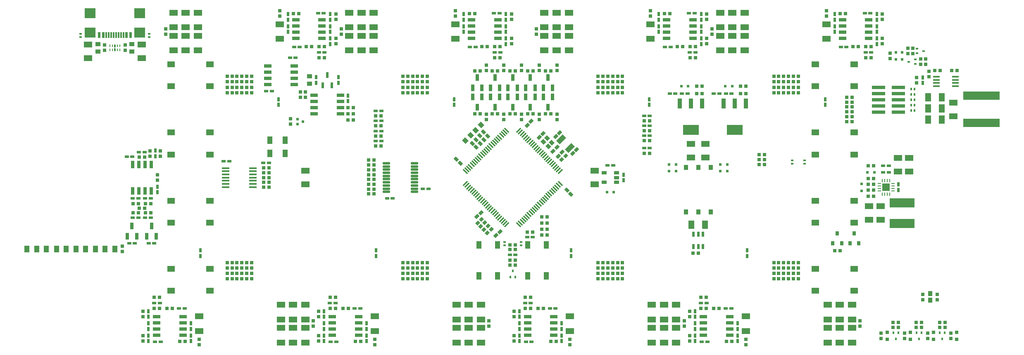
<source format=gbr>
%TF.GenerationSoftware,Altium Limited,Altium Designer,25.8.1 (18)*%
G04 Layer_Color=8421504*
%FSLAX45Y45*%
%MOMM*%
%TF.SameCoordinates,304ADD41-B96C-4BE1-A440-764D1465AFBB*%
%TF.FilePolarity,Positive*%
%TF.FileFunction,Paste,Top*%
%TF.Part,Single*%
G01*
G75*
%TA.AperFunction,SMDPad,CuDef*%
%ADD13R,0.85000X0.60000*%
G04:AMPARAMS|DCode=14|XSize=1.55mm|YSize=0.6mm|CornerRadius=0.05mm|HoleSize=0mm|Usage=FLASHONLY|Rotation=180.000|XOffset=0mm|YOffset=0mm|HoleType=Round|Shape=RoundedRectangle|*
%AMROUNDEDRECTD14*
21,1,1.55000,0.50000,0,0,180.0*
21,1,1.45000,0.60000,0,0,180.0*
1,1,0.10000,-0.72500,0.25000*
1,1,0.10000,0.72500,0.25000*
1,1,0.10000,0.72500,-0.25000*
1,1,0.10000,-0.72500,-0.25000*
%
%ADD14ROUNDEDRECTD14*%
%ADD15R,0.80000X0.65000*%
%ADD16R,0.95000X2.15000*%
%ADD17R,0.50000X0.60000*%
%ADD18R,3.25000X2.15000*%
G04:AMPARAMS|DCode=19|XSize=1.55mm|YSize=0.6mm|CornerRadius=0.05mm|HoleSize=0mm|Usage=FLASHONLY|Rotation=90.000|XOffset=0mm|YOffset=0mm|HoleType=Round|Shape=RoundedRectangle|*
%AMROUNDEDRECTD19*
21,1,1.55000,0.50000,0,0,90.0*
21,1,1.45000,0.60000,0,0,90.0*
1,1,0.10000,0.25000,0.72500*
1,1,0.10000,0.25000,-0.72500*
1,1,0.10000,-0.25000,-0.72500*
1,1,0.10000,-0.25000,0.72500*
%
%ADD19ROUNDEDRECTD19*%
%ADD20R,0.65000X1.35000*%
%ADD21R,0.65000X0.80000*%
%ADD22R,1.35000X0.45000*%
%ADD23R,1.00000X1.60000*%
%ADD24R,0.60000X0.40000*%
%ADD25R,0.60000X0.85000*%
G04:AMPARAMS|DCode=26|XSize=0.45mm|YSize=1.5mm|CornerRadius=0.1125mm|HoleSize=0mm|Usage=FLASHONLY|Rotation=270.000|XOffset=0mm|YOffset=0mm|HoleType=Round|Shape=RoundedRectangle|*
%AMROUNDEDRECTD26*
21,1,0.45000,1.27500,0,0,270.0*
21,1,0.22500,1.50000,0,0,270.0*
1,1,0.22500,-0.63750,-0.11250*
1,1,0.22500,-0.63750,0.11250*
1,1,0.22500,0.63750,0.11250*
1,1,0.22500,0.63750,-0.11250*
%
%ADD26ROUNDEDRECTD26*%
G04:AMPARAMS|DCode=28|XSize=0.3mm|YSize=1.2mm|CornerRadius=0mm|HoleSize=0mm|Usage=FLASHONLY|Rotation=225.000|XOffset=0mm|YOffset=0mm|HoleType=Round|Shape=Rectangle|*
%AMROTATEDRECTD28*
4,1,4,-0.31820,0.53033,0.53033,-0.31820,0.31820,-0.53033,-0.53033,0.31820,-0.31820,0.53033,0.0*
%
%ADD28ROTATEDRECTD28*%

G04:AMPARAMS|DCode=29|XSize=0.6mm|YSize=0.85mm|CornerRadius=0mm|HoleSize=0mm|Usage=FLASHONLY|Rotation=45.000|XOffset=0mm|YOffset=0mm|HoleType=Round|Shape=Rectangle|*
%AMROTATEDRECTD29*
4,1,4,0.08839,-0.51265,-0.51265,0.08839,-0.08839,0.51265,0.51265,-0.08839,0.08839,-0.51265,0.0*
%
%ADD29ROTATEDRECTD29*%

G04:AMPARAMS|DCode=30|XSize=0.6mm|YSize=0.85mm|CornerRadius=0mm|HoleSize=0mm|Usage=FLASHONLY|Rotation=135.000|XOffset=0mm|YOffset=0mm|HoleType=Round|Shape=Rectangle|*
%AMROTATEDRECTD30*
4,1,4,0.51265,0.08839,-0.08839,-0.51265,-0.51265,-0.08839,0.08839,0.51265,0.51265,0.08839,0.0*
%
%ADD30ROTATEDRECTD30*%

G04:AMPARAMS|DCode=31|XSize=0.65mm|YSize=0.8mm|CornerRadius=0mm|HoleSize=0mm|Usage=FLASHONLY|Rotation=315.000|XOffset=0mm|YOffset=0mm|HoleType=Round|Shape=Rectangle|*
%AMROTATEDRECTD31*
4,1,4,-0.51265,-0.05303,0.05303,0.51265,0.51265,0.05303,-0.05303,-0.51265,-0.51265,-0.05303,0.0*
%
%ADD31ROTATEDRECTD31*%

G04:AMPARAMS|DCode=32|XSize=0.3mm|YSize=1.2mm|CornerRadius=0mm|HoleSize=0mm|Usage=FLASHONLY|Rotation=315.000|XOffset=0mm|YOffset=0mm|HoleType=Round|Shape=Rectangle|*
%AMROTATEDRECTD32*
4,1,4,-0.53033,-0.31820,0.31820,0.53033,0.53033,0.31820,-0.31820,-0.53033,-0.53033,-0.31820,0.0*
%
%ADD32ROTATEDRECTD32*%

%ADD33R,0.98000X0.92000*%
G04:AMPARAMS|DCode=34|XSize=0.98mm|YSize=0.92mm|CornerRadius=0mm|HoleSize=0mm|Usage=FLASHONLY|Rotation=135.000|XOffset=0mm|YOffset=0mm|HoleType=Round|Shape=Rectangle|*
%AMROTATEDRECTD34*
4,1,4,0.67175,-0.02121,0.02121,-0.67175,-0.67175,0.02121,-0.02121,0.67175,0.67175,-0.02121,0.0*
%
%ADD34ROTATEDRECTD34*%

%ADD35R,1.80000X1.30000*%
G04:AMPARAMS|DCode=36|XSize=0.6mm|YSize=1.1mm|CornerRadius=0.051mm|HoleSize=0mm|Usage=FLASHONLY|Rotation=270.000|XOffset=0mm|YOffset=0mm|HoleType=Round|Shape=RoundedRectangle|*
%AMROUNDEDRECTD36*
21,1,0.60000,0.99800,0,0,270.0*
21,1,0.49800,1.10000,0,0,270.0*
1,1,0.10200,-0.49900,-0.24900*
1,1,0.10200,-0.49900,0.24900*
1,1,0.10200,0.49900,0.24900*
1,1,0.10200,0.49900,-0.24900*
%
%ADD36ROUNDEDRECTD36*%
%ADD37R,1.55000X1.30000*%
%ADD38R,0.40000X0.51000*%
G04:AMPARAMS|DCode=39|XSize=0.2mm|YSize=0.565mm|CornerRadius=0.04mm|HoleSize=0mm|Usage=FLASHONLY|Rotation=180.000|XOffset=0mm|YOffset=0mm|HoleType=Round|Shape=RoundedRectangle|*
%AMROUNDEDRECTD39*
21,1,0.20000,0.48500,0,0,180.0*
21,1,0.12000,0.56500,0,0,180.0*
1,1,0.08000,-0.06000,0.24250*
1,1,0.08000,0.06000,0.24250*
1,1,0.08000,0.06000,-0.24250*
1,1,0.08000,-0.06000,-0.24250*
%
%ADD39ROUNDEDRECTD39*%
%ADD40R,0.53000X0.53000*%
%ADD41R,0.60000X1.15000*%
%ADD42R,2.18000X2.00000*%
%ADD43R,0.60000X1.30000*%
%ADD44R,1.30000X1.80000*%
%ADD45R,0.60000X1.10000*%
%ADD46R,0.96000X1.12000*%
%ADD47R,0.95000X1.10000*%
G04:AMPARAMS|DCode=48|XSize=0.24mm|YSize=0.6mm|CornerRadius=0.05mm|HoleSize=0mm|Usage=FLASHONLY|Rotation=270.000|XOffset=0mm|YOffset=0mm|HoleType=Round|Shape=RoundedRectangle|*
%AMROUNDEDRECTD48*
21,1,0.24000,0.50000,0,0,270.0*
21,1,0.14000,0.60000,0,0,270.0*
1,1,0.10000,-0.25000,-0.07000*
1,1,0.10000,-0.25000,0.07000*
1,1,0.10000,0.25000,0.07000*
1,1,0.10000,0.25000,-0.07000*
%
%ADD48ROUNDEDRECTD48*%
G04:AMPARAMS|DCode=50|XSize=0.24mm|YSize=0.6mm|CornerRadius=0.05mm|HoleSize=0mm|Usage=FLASHONLY|Rotation=0.000|XOffset=0mm|YOffset=0mm|HoleType=Round|Shape=RoundedRectangle|*
%AMROUNDEDRECTD50*
21,1,0.24000,0.50000,0,0,0.0*
21,1,0.14000,0.60000,0,0,0.0*
1,1,0.10000,0.07000,-0.25000*
1,1,0.10000,-0.07000,-0.25000*
1,1,0.10000,-0.07000,0.25000*
1,1,0.10000,0.07000,0.25000*
%
%ADD50ROUNDEDRECTD50*%
G04:AMPARAMS|DCode=51|XSize=0.85mm|YSize=0.75mm|CornerRadius=0mm|HoleSize=0mm|Usage=FLASHONLY|Rotation=135.000|XOffset=0mm|YOffset=0mm|HoleType=Round|Shape=Rectangle|*
%AMROTATEDRECTD51*
4,1,4,0.56569,-0.03535,0.03535,-0.56569,-0.56569,0.03535,-0.03535,0.56569,0.56569,-0.03535,0.0*
%
%ADD51ROTATEDRECTD51*%

%ADD52R,2.76000X0.65000*%
%ADD53R,0.40000X0.60000*%
%ADD54R,0.51000X0.40000*%
%ADD55R,0.60000X0.50000*%
%ADD56R,0.80000X0.80000*%
%ADD57R,0.30000X1.15000*%
%ADD58R,5.10000X1.90000*%
%ADD59R,0.80000X0.90000*%
G04:AMPARAMS|DCode=60|XSize=1mm|YSize=1.8mm|CornerRadius=0mm|HoleSize=0mm|Usage=FLASHONLY|Rotation=135.000|XOffset=0mm|YOffset=0mm|HoleType=Round|Shape=Rectangle|*
%AMROTATEDRECTD60*
4,1,4,0.98995,0.28284,-0.28284,-0.98995,-0.98995,-0.28284,0.28284,0.98995,0.98995,0.28284,0.0*
%
%ADD60ROTATEDRECTD60*%

%ADD61R,1.05000X1.40000*%
%ADD62R,7.50000X1.80000*%
%ADD163R,1.55000X0.30000*%
G04:AMPARAMS|DCode=164|XSize=1.55mm|YSize=1.55mm|CornerRadius=0mm|HoleSize=0mm|Usage=FLASHONLY|Rotation=270.000|XOffset=0mm|YOffset=0mm|HoleType=Round|Shape=RoundedRectangle|*
%AMROUNDEDRECTD164*
21,1,1.55000,1.55000,0,0,270.0*
21,1,1.55000,1.55000,0,0,270.0*
1,1,0.00000,-0.77500,-0.77500*
1,1,0.00000,-0.77500,0.77500*
1,1,0.00000,0.77500,0.77500*
1,1,0.00000,0.77500,-0.77500*
%
%ADD164ROUNDEDRECTD164*%
G36*
X-8135000Y2600000D02*
X-8135000Y2599005D01*
X-8135761Y2597168D01*
X-8137168Y2595761D01*
X-8139005Y2595000D01*
X-8139999Y2595000D01*
X-8140000Y2595000D01*
X-8160000Y2595000D01*
X-8160995D01*
X-8162832Y2595761D01*
X-8164238Y2597167D01*
X-8164999Y2599005D01*
X-8164999Y2599999D01*
X-8165000Y2600000D01*
X-8165000Y2620000D01*
X-8165097Y2620975D01*
X-8165843Y2622777D01*
X-8167223Y2624156D01*
X-8169025Y2624902D01*
X-8170000Y2624998D01*
Y2625000D01*
Y2655000D01*
X-8130000D01*
Y2624999D01*
X-8130976Y2624903D01*
X-8132778Y2624157D01*
X-8134158Y2622777D01*
X-8134904Y2620975D01*
X-8135000Y2619999D01*
X-8135000Y2620000D01*
X-8135000Y2600000D01*
D02*
G37*
G36*
Y2729999D02*
X-8135000Y2730994D01*
X-8135761Y2732831D01*
X-8137168Y2734238D01*
X-8139005Y2734999D01*
X-8139999Y2734999D01*
X-8140000Y2734999D01*
X-8160000Y2735000D01*
X-8160995D01*
X-8162832Y2734238D01*
X-8164238Y2732832D01*
X-8164999Y2730994D01*
X-8164999Y2730000D01*
X-8165000D01*
X-8165000Y2710000D01*
X-8165097Y2709025D01*
X-8165843Y2707222D01*
X-8167223Y2705843D01*
X-8169025Y2705097D01*
X-8170000Y2705001D01*
Y2705000D01*
Y2675000D01*
X-8130000D01*
Y2705000D01*
X-8130976Y2705096D01*
X-8132778Y2705842D01*
X-8134158Y2707222D01*
X-8134904Y2709024D01*
X-8135000Y2710000D01*
X-8135000D01*
X-8135000Y2729999D01*
D02*
G37*
D13*
X6722500Y2685000D02*
D03*
X3122500D02*
D03*
X4482437Y1724979D02*
D03*
X877500Y-2685000D02*
D03*
X4477500D02*
D03*
X-877500Y2685000D02*
D03*
X-4447500Y2465000D02*
D03*
X-4477500Y2685000D02*
D03*
X-7792500Y425000D02*
D03*
X-3122500Y-2685000D02*
D03*
X-6722500D02*
D03*
X-7342500Y-1352500D02*
D03*
X-7742500D02*
D03*
X-5052499Y1775000D02*
D03*
X-4937500D02*
D03*
X-4562500Y2465000D02*
D03*
X-1842500Y-227500D02*
D03*
X-57500Y-1590000D02*
D03*
X-5922500Y335000D02*
D03*
X2692500Y602500D02*
D03*
X2807500D02*
D03*
X-7212500Y-3375000D02*
D03*
X-7345000Y-2575000D02*
D03*
X-6837500Y-2685000D02*
D03*
X-3612500Y-3375000D02*
D03*
X-3237500Y-2685000D02*
D03*
X-3745000Y-2575000D02*
D03*
X-7415500Y-430000D02*
D03*
X-7907499Y425000D02*
D03*
X-5807500Y335000D02*
D03*
X-4992500Y300000D02*
D03*
X-2807500Y957500D02*
D03*
X2807500Y857500D02*
D03*
X387500Y-3375000D02*
D03*
X255000Y-2575000D02*
D03*
X-2807500Y1162500D02*
D03*
X-2572500Y-425000D02*
D03*
X-1727500Y-227500D02*
D03*
X2807500Y1062500D02*
D03*
X2807500Y1267501D02*
D03*
X-4362500Y2685000D02*
D03*
X-3987500Y3375000D02*
D03*
X-2807500Y752500D02*
D03*
X-2807500Y1367501D02*
D03*
X-3855000Y2575000D02*
D03*
X-255000D02*
D03*
X-762500Y2685000D02*
D03*
X-387501Y3375000D02*
D03*
X762500Y-2685000D02*
D03*
X3987500Y-3375000D02*
D03*
X3855000Y-2575000D02*
D03*
X4362500Y-2685000D02*
D03*
X297501Y-1225000D02*
D03*
X2057500Y250000D02*
D03*
X7592500Y240000D02*
D03*
Y110000D02*
D03*
X3217437Y1724979D02*
D03*
X3467436Y1724979D02*
D03*
X3745000Y2575000D02*
D03*
X3237500Y2685000D02*
D03*
X3612500Y3375000D02*
D03*
X4117437Y1724979D02*
D03*
X4367437Y1724979D02*
D03*
X6837500Y2685000D02*
D03*
X7212499Y3375000D02*
D03*
X7345000Y2575000D02*
D03*
X4232437Y1724979D02*
D03*
X3582436Y1724979D02*
D03*
X3332436D02*
D03*
X-7857500Y-1352500D02*
D03*
X-7457500D02*
D03*
X-7530499Y-430000D02*
D03*
Y-825000D02*
D03*
X-7415500D02*
D03*
X-7542500Y522500D02*
D03*
X-7657500D02*
D03*
X-2457500Y-425000D02*
D03*
X-5107500Y300000D02*
D03*
X3872500Y-3375000D02*
D03*
X7327499Y3375000D02*
D03*
X272500Y-3375000D02*
D03*
X3727500Y3375000D02*
D03*
X-3727500Y-3375000D02*
D03*
X-7327500D02*
D03*
X-3872501Y3375000D02*
D03*
X-272501D02*
D03*
X-7669500Y-825000D02*
D03*
X57500Y-1590000D02*
D03*
X7707500Y240000D02*
D03*
X1942500Y250000D02*
D03*
X7707500Y110000D02*
D03*
X-7669500Y-429999D02*
D03*
X-7784500D02*
D03*
Y-825000D02*
D03*
X412500Y-1225000D02*
D03*
X2692500Y857500D02*
D03*
Y1062500D02*
D03*
X2692500Y1267501D02*
D03*
X-2692500Y957500D02*
D03*
X-2692500Y752500D02*
D03*
Y1162500D02*
D03*
X-2692500Y1367501D02*
D03*
X3970000Y-2575000D02*
D03*
X7230000Y2575000D02*
D03*
X370000Y-2575000D02*
D03*
X3630000Y2575000D02*
D03*
X-3630000Y-2575000D02*
D03*
X-370000Y2575000D02*
D03*
X-7230000Y-2575000D02*
D03*
X-3970000Y2575000D02*
D03*
D14*
X6755000Y2859500D02*
D03*
X3155000D02*
D03*
X4445000Y-2859500D02*
D03*
X845000D02*
D03*
X-845000Y2859500D02*
D03*
X-4445000D02*
D03*
X-4480000Y2290500D02*
D03*
X-3155000Y-2859500D02*
D03*
X-6755000D02*
D03*
X-5020000Y2290500D02*
D03*
Y2163500D02*
D03*
Y2036500D02*
D03*
Y1909500D02*
D03*
X-4480000D02*
D03*
Y2036500D02*
D03*
Y2163500D02*
D03*
X-3530000Y1690500D02*
D03*
X-4070000Y1563500D02*
D03*
X-3530000D02*
D03*
X-3905000Y3240500D02*
D03*
X-7295000Y-3240500D02*
D03*
X-305000Y3240500D02*
D03*
X-3695000Y-3240500D02*
D03*
X3695000Y3240500D02*
D03*
X305000Y-3240500D02*
D03*
X7295000Y3240500D02*
D03*
X3905000Y-3240500D02*
D03*
X-3530000Y1436500D02*
D03*
Y1309500D02*
D03*
X-4070000Y1309500D02*
D03*
Y1436500D02*
D03*
Y1690500D02*
D03*
X-4445000Y3240500D02*
D03*
Y3113500D02*
D03*
X3905000Y-2859500D02*
D03*
Y-2986500D02*
D03*
Y-3113500D02*
D03*
X4445000Y-3240500D02*
D03*
Y-3113500D02*
D03*
Y-2986500D02*
D03*
X7295000Y2859500D02*
D03*
Y2986500D02*
D03*
Y3113500D02*
D03*
X6755000Y3240500D02*
D03*
Y3113500D02*
D03*
Y2986500D02*
D03*
X305000Y-2859500D02*
D03*
Y-2986500D02*
D03*
Y-3113500D02*
D03*
X845000Y-3240500D02*
D03*
Y-3113500D02*
D03*
Y-2986500D02*
D03*
X3695000Y2859500D02*
D03*
Y2986500D02*
D03*
Y3113500D02*
D03*
X3155000Y3240500D02*
D03*
Y3113500D02*
D03*
Y2986500D02*
D03*
X-3695000Y-2859500D02*
D03*
Y-2986500D02*
D03*
Y-3113500D02*
D03*
X-3155000Y-3240500D02*
D03*
Y-3113500D02*
D03*
Y-2986500D02*
D03*
X-305000Y2859500D02*
D03*
Y2986500D02*
D03*
Y3113500D02*
D03*
X-845000Y3240500D02*
D03*
Y3113500D02*
D03*
Y2986500D02*
D03*
X-7295000Y-2859500D02*
D03*
Y-2986500D02*
D03*
Y-3113500D02*
D03*
X-6755000Y-3240500D02*
D03*
Y-3113500D02*
D03*
Y-2986500D02*
D03*
X-3905000Y2859500D02*
D03*
Y2986500D02*
D03*
Y3113500D02*
D03*
X-4445000Y2986500D02*
D03*
D15*
X4669936Y1724979D02*
D03*
X300001Y-1122500D02*
D03*
X55000Y-1380000D02*
D03*
X-55000D02*
D03*
X-55000Y-1800000D02*
D03*
X-55000Y-1700000D02*
D03*
X-3265000Y1182500D02*
D03*
X707500Y-932500D02*
D03*
X707500Y-1057500D02*
D03*
Y-1182500D02*
D03*
X5045000Y270000D02*
D03*
X7394999Y240000D02*
D03*
X6845000Y1350000D02*
D03*
X707500Y-807500D02*
D03*
X2695000Y500000D02*
D03*
X-7342500Y-2462500D02*
D03*
X-3742500D02*
D03*
X-7417999Y-532500D02*
D03*
X-4995000Y-200000D02*
D03*
X257500Y-2462500D02*
D03*
X-3265000Y1309500D02*
D03*
X-3265000Y1436500D02*
D03*
X-3857500Y2462500D02*
D03*
X-257500D02*
D03*
X3857500Y-2462500D02*
D03*
X3695000Y-1550000D02*
D03*
X7795000Y-3075000D02*
D03*
X6705000Y-1500000D02*
D03*
X8270000Y-3075000D02*
D03*
X8745000Y-3075000D02*
D03*
X7285000Y-380000D02*
D03*
X7285000Y-20000D02*
D03*
X3742500Y2462500D02*
D03*
X3769937Y1874979D02*
D03*
X4669937D02*
D03*
X7342500Y2462500D02*
D03*
X9105000Y2200000D02*
D03*
X8645000D02*
D03*
X597500Y-807500D02*
D03*
X2805000Y500000D02*
D03*
X417000Y2192501D02*
D03*
X307000Y2192501D02*
D03*
X-4995000Y100000D02*
D03*
X-2955000Y-335000D02*
D03*
Y260000D02*
D03*
X-4995001Y200000D02*
D03*
X2805000Y1165000D02*
D03*
X4779936Y1724979D02*
D03*
X3769936D02*
D03*
X3879936D02*
D03*
X4779936Y1874979D02*
D03*
X3879937D02*
D03*
X7285000Y-140000D02*
D03*
X-7527999Y-532500D02*
D03*
X-7417999Y-722500D02*
D03*
X-7527999D02*
D03*
X-7545000Y-627500D02*
D03*
X-7655000D02*
D03*
X-7782000Y-722499D02*
D03*
X-7672000D02*
D03*
X-7655000Y420000D02*
D03*
X-7545000D02*
D03*
X6955000Y1550000D02*
D03*
X-2955000Y360000D02*
D03*
X-2845000D02*
D03*
Y260000D02*
D03*
X-2955000Y160000D02*
D03*
X-2845000D02*
D03*
X-2955000Y60000D02*
D03*
X-2845000D02*
D03*
X-2955000Y-40000D02*
D03*
X-2845000D02*
D03*
X-2955000Y-140000D02*
D03*
X-2845000D02*
D03*
X-2955000Y-240000D02*
D03*
X-2845000D02*
D03*
Y-335000D02*
D03*
X-5105000Y200000D02*
D03*
Y100000D02*
D03*
X-4995000Y0D02*
D03*
X-5105000D02*
D03*
Y-200000D02*
D03*
X-4995000Y-100000D02*
D03*
X-5105000D02*
D03*
X6595000Y-1500000D02*
D03*
X4230000Y-2687500D02*
D03*
X4120000D02*
D03*
X6970000Y2687500D02*
D03*
X7080000D02*
D03*
X630000Y-2687500D02*
D03*
X520000D02*
D03*
X3370000Y2687500D02*
D03*
X3480000D02*
D03*
X-3370000Y-2687500D02*
D03*
X-3480000D02*
D03*
X-6970000D02*
D03*
X-7080000D02*
D03*
X-55000Y1307500D02*
D03*
X55000D02*
D03*
X-778999Y1307500D02*
D03*
X-668999D02*
D03*
X669000Y2192500D02*
D03*
X779000D02*
D03*
X669000Y1307500D02*
D03*
X779000D02*
D03*
X-417000D02*
D03*
X-307000D02*
D03*
X-778999Y2192500D02*
D03*
X-669000D02*
D03*
X-417000Y2192500D02*
D03*
X-307000D02*
D03*
X307000Y1307500D02*
D03*
X417000D02*
D03*
X-55000Y2192500D02*
D03*
X55000Y2192500D02*
D03*
X-4380000Y3367500D02*
D03*
X-6820000Y-3367500D02*
D03*
X-780000Y3367500D02*
D03*
X-3220000Y-3367500D02*
D03*
X3220000Y3367500D02*
D03*
X780000Y-3367500D02*
D03*
X6820000Y3367500D02*
D03*
X4380000Y-3367500D02*
D03*
X-3375000Y1182500D02*
D03*
X-3374999Y1309500D02*
D03*
X-3374999Y1436500D02*
D03*
X-630000Y2687500D02*
D03*
X-520000D02*
D03*
X-4490000Y3367500D02*
D03*
X-4230000Y2687500D02*
D03*
X3805000Y-1550000D02*
D03*
X5155000Y270000D02*
D03*
X8755000Y2200000D02*
D03*
X8995000D02*
D03*
X5045000Y370000D02*
D03*
X5155000D02*
D03*
X5045000Y470000D02*
D03*
X5155000D02*
D03*
X6955000Y1150000D02*
D03*
X6845001D02*
D03*
X6955000Y1350000D02*
D03*
X6955000Y1250000D02*
D03*
X6845001D02*
D03*
X6955000Y1450000D02*
D03*
X6845001D02*
D03*
Y1550000D02*
D03*
X6955000Y1650000D02*
D03*
X6845001D02*
D03*
X55000Y-1480000D02*
D03*
X-55000D02*
D03*
X55000Y-1700000D02*
D03*
X55000Y-1800000D02*
D03*
X597500Y-932500D02*
D03*
X597500Y-1057500D02*
D03*
Y-1182500D02*
D03*
X7395000Y-260000D02*
D03*
X7285000D02*
D03*
X7285000Y240000D02*
D03*
X7394999Y-380000D02*
D03*
X7395000Y-20000D02*
D03*
X7394999Y-140000D02*
D03*
X-7782000Y-532499D02*
D03*
X-7672000D02*
D03*
X410000Y-1122500D02*
D03*
X7905000Y-3075000D02*
D03*
X8380000Y-3075000D02*
D03*
X8855000Y-3075000D02*
D03*
Y-2975000D02*
D03*
X8745000D02*
D03*
X8380001D02*
D03*
X8270000D02*
D03*
X7905000D02*
D03*
X7795000D02*
D03*
X2805000Y755000D02*
D03*
X2695000Y755000D02*
D03*
X2805000Y960000D02*
D03*
X2695001D02*
D03*
X2695000Y1165000D02*
D03*
X-2805000Y855000D02*
D03*
X-2695000D02*
D03*
X-2805000Y650000D02*
D03*
X-2695000D02*
D03*
X-2805000Y1060000D02*
D03*
X-2695000D02*
D03*
X-2805000Y1265000D02*
D03*
X-2695000D02*
D03*
X4490000Y-3367500D02*
D03*
X6710000Y3367500D02*
D03*
X890000Y-3367500D02*
D03*
X3110000Y3367500D02*
D03*
X-3110000Y-3367500D02*
D03*
X-890000Y3367500D02*
D03*
X-6710000Y-3367500D02*
D03*
X-4120000Y2687500D02*
D03*
X3967500Y-2462500D02*
D03*
X7232500Y2462500D02*
D03*
X367500Y-2462500D02*
D03*
X3632500Y2462500D02*
D03*
X-3632500Y-2462500D02*
D03*
X-367500Y2462500D02*
D03*
X-7232500Y-2462500D02*
D03*
X-3967500Y2462500D02*
D03*
X3857500Y-2687500D02*
D03*
X3967500D02*
D03*
X7342500Y2687500D02*
D03*
X7232500D02*
D03*
X257500Y-2687500D02*
D03*
X367500D02*
D03*
X3742500Y2687500D02*
D03*
X3632500D02*
D03*
X-3742500Y-2687500D02*
D03*
X-3632500D02*
D03*
X-257500Y2687500D02*
D03*
X-367500D02*
D03*
X-7342500Y-2687500D02*
D03*
X-7232500D02*
D03*
X-3857500Y2687500D02*
D03*
X-3967500D02*
D03*
D16*
X4550002Y1520000D02*
D03*
X3650000D02*
D03*
X3880000D02*
D03*
X3420000D02*
D03*
X4780002D02*
D03*
X4320002D02*
D03*
D17*
X4494936Y1874979D02*
D03*
X1930000Y-300000D02*
D03*
X4354936Y1874979D02*
D03*
X3594937D02*
D03*
X3454936D02*
D03*
X2070000Y-300000D02*
D03*
X7410000Y110000D02*
D03*
X7270000D02*
D03*
D18*
X4550002Y980000D02*
D03*
X3650000Y980000D02*
D03*
D19*
X-7790500Y270000D02*
D03*
X-7409500Y-270000D02*
D03*
X-7790500D02*
D03*
X-7663500D02*
D03*
X-7536500D02*
D03*
X-7409500Y270000D02*
D03*
X-7536500D02*
D03*
X-7663500D02*
D03*
D20*
X-7305000Y-1207500D02*
D03*
X-7705000D02*
D03*
X-457000Y1660000D02*
D03*
X819000Y1840001D02*
D03*
X457000Y1840000D02*
D03*
X629000Y1660000D02*
D03*
X-629000Y1840000D02*
D03*
X-267000Y1840000D02*
D03*
X95000Y1840000D02*
D03*
X-819000Y1660000D02*
D03*
X267000Y1660000D02*
D03*
X-95000D02*
D03*
X-267000Y1660000D02*
D03*
X629000Y1840000D02*
D03*
X-95000Y1840000D02*
D03*
X819000Y1660000D02*
D03*
X-819000Y1840000D02*
D03*
X-457000D02*
D03*
X95000Y1660000D02*
D03*
X-629001Y1660000D02*
D03*
X457000Y1660000D02*
D03*
X267000Y1840000D02*
D03*
X362000Y2055000D02*
D03*
X724000Y2055000D02*
D03*
X-362001Y1445000D02*
D03*
X724000Y1445000D02*
D03*
X-0D02*
D03*
X-724001Y1445000D02*
D03*
X-362000Y2055000D02*
D03*
X-724000Y2055000D02*
D03*
X0D02*
D03*
X362000Y1445000D02*
D03*
X-7495000Y-1207500D02*
D03*
X-7895000D02*
D03*
X-7800000Y-992500D02*
D03*
X-7400000D02*
D03*
D21*
X-4250000Y1755000D02*
D03*
Y1645000D02*
D03*
X-4350000Y1755000D02*
D03*
Y1645000D02*
D03*
X7112499Y-3054998D02*
D03*
Y-2944999D02*
D03*
X4087499Y3054999D02*
D03*
Y2944999D02*
D03*
X3512498Y-3054999D02*
D03*
Y-2944999D02*
D03*
X487499Y3054999D02*
D03*
Y2944999D02*
D03*
X-487501Y-3054998D02*
D03*
Y-2944999D02*
D03*
X-3512501Y3054999D02*
D03*
Y2944999D02*
D03*
X-4087501Y-3054998D02*
D03*
Y-2944999D02*
D03*
X-7112501Y3054999D02*
D03*
Y2944999D02*
D03*
X8025000Y-3305001D02*
D03*
X7550000Y-3305000D02*
D03*
X8500000D02*
D03*
X7730000Y2555000D02*
D03*
X-7575000Y-3355000D02*
D03*
X-6425000Y-3430000D02*
D03*
X-3975000Y-3355000D02*
D03*
X-7427500Y550000D02*
D03*
X-7222499Y550000D02*
D03*
X-2825000Y-3430000D02*
D03*
X25000Y-3355000D02*
D03*
X-8360000Y2610000D02*
D03*
X-7940000D02*
D03*
X-4550000Y1095000D02*
D03*
X-4775000Y3430000D02*
D03*
X-3625000Y3355000D02*
D03*
X-1175000Y3430000D02*
D03*
X-25000Y3355000D02*
D03*
X1175000Y-3430000D02*
D03*
X3625000Y-3355000D02*
D03*
X4775000Y-3430000D02*
D03*
X8700000Y-2395000D02*
D03*
X2825000Y3430000D02*
D03*
X3975000Y3355000D02*
D03*
X6425000Y3430000D02*
D03*
X7575000Y3355000D02*
D03*
X8525000Y2180000D02*
D03*
X8360000Y2435000D02*
D03*
X542999Y2310000D02*
D03*
Y2200000D02*
D03*
X-7282500Y55001D02*
D03*
Y-54999D02*
D03*
X-7222499Y440000D02*
D03*
X-7427500Y440000D02*
D03*
X-4550000Y1205000D02*
D03*
X3625000Y-2745000D02*
D03*
Y-2855000D02*
D03*
X7575000Y2745000D02*
D03*
Y2855000D02*
D03*
X25000Y-2745000D02*
D03*
Y-2855000D02*
D03*
X3975000Y2745000D02*
D03*
Y2855000D02*
D03*
X-3975000Y-2745000D02*
D03*
Y-2855000D02*
D03*
X-7575000Y-2745000D02*
D03*
Y-2855000D02*
D03*
X181000Y1300000D02*
D03*
Y1190000D02*
D03*
X905000Y2200001D02*
D03*
Y2310000D02*
D03*
X-181000Y1299999D02*
D03*
Y1190000D02*
D03*
X905000Y1300000D02*
D03*
X905000Y1190000D02*
D03*
X-543000Y2200000D02*
D03*
Y2310000D02*
D03*
X-181000Y2200000D02*
D03*
Y2310000D02*
D03*
X-543000Y1300000D02*
D03*
X-543000Y1190000D02*
D03*
X181000Y2200000D02*
D03*
Y2310000D02*
D03*
X543000Y1300000D02*
D03*
Y1189999D02*
D03*
X-25000Y2745000D02*
D03*
Y2855000D02*
D03*
X-8000001Y-1410000D02*
D03*
X8100000Y2545000D02*
D03*
Y2655000D02*
D03*
X8525000Y2070000D02*
D03*
X8275000Y1945000D02*
D03*
Y2055000D02*
D03*
X8200000Y2655000D02*
D03*
Y2545000D02*
D03*
X-7940000Y2720000D02*
D03*
X-8360000D02*
D03*
X8975000Y-3305000D02*
D03*
Y-3195000D02*
D03*
X8360000Y2325001D02*
D03*
X8460000Y2325000D02*
D03*
Y2435000D02*
D03*
X8700000Y-2505000D02*
D03*
X7730000Y2445000D02*
D03*
X8400000Y-2395000D02*
D03*
Y-2505000D02*
D03*
X-8000001Y-1520000D02*
D03*
X7550000Y-3195000D02*
D03*
X8025000D02*
D03*
X8500000D02*
D03*
X4775000Y-3320000D02*
D03*
X6425000Y3320000D02*
D03*
X1175000Y-3320000D02*
D03*
X2825000Y3320000D02*
D03*
X-2825000Y-3320000D02*
D03*
X-1175000Y3320000D02*
D03*
X-6425000Y-3320000D02*
D03*
X-4775000Y3320000D02*
D03*
X5450000Y-1745000D02*
D03*
Y-1855000D02*
D03*
X5750000Y1745000D02*
D03*
Y1855000D02*
D03*
X1850000Y-1745000D02*
D03*
Y-1855000D02*
D03*
X2150000Y1745000D02*
D03*
Y1855000D02*
D03*
X-2150000Y-1745000D02*
D03*
Y-1855000D02*
D03*
X-1850000Y1745000D02*
D03*
Y1855000D02*
D03*
X-5750000Y-1745000D02*
D03*
Y-1855000D02*
D03*
X-5450000Y1745000D02*
D03*
Y1855000D02*
D03*
X5550000Y-1745000D02*
D03*
Y-1855000D02*
D03*
X5650000Y1745000D02*
D03*
Y1855000D02*
D03*
X1950000Y-1745000D02*
D03*
Y-1855000D02*
D03*
X2050000Y1745000D02*
D03*
Y1855000D02*
D03*
X-2050000Y-1745000D02*
D03*
Y-1855000D02*
D03*
X-1950000Y1745000D02*
D03*
Y1855000D02*
D03*
X-5650000Y-1745000D02*
D03*
Y-1855000D02*
D03*
X-5550000Y1745000D02*
D03*
Y1855000D02*
D03*
X3625000Y-3245000D02*
D03*
X7575000Y3245000D02*
D03*
X25000Y-3245000D02*
D03*
X3975000Y3245000D02*
D03*
X-3975000Y-3245000D02*
D03*
X-25000Y3245000D02*
D03*
X-7575000Y-3245000D02*
D03*
X-3625000Y3245000D02*
D03*
X5850000Y-2080000D02*
D03*
Y-1970000D02*
D03*
X5350000Y2080000D02*
D03*
Y1970000D02*
D03*
X2250000Y-2080000D02*
D03*
Y-1970000D02*
D03*
X1750000Y2080000D02*
D03*
Y1970000D02*
D03*
X-1750000Y-2080000D02*
D03*
Y-1970000D02*
D03*
X-2250000Y2080000D02*
D03*
Y1970000D02*
D03*
X-5350000Y-2080000D02*
D03*
Y-1970000D02*
D03*
X-5850000Y2080000D02*
D03*
Y1970000D02*
D03*
X5450000Y-2080000D02*
D03*
Y-1970000D02*
D03*
X5750000Y2080000D02*
D03*
Y1970000D02*
D03*
X1850000Y-2080000D02*
D03*
Y-1970000D02*
D03*
X2150000Y2080000D02*
D03*
Y1970000D02*
D03*
X-2150000Y-2080000D02*
D03*
Y-1970000D02*
D03*
X-1850000Y2080000D02*
D03*
Y1970000D02*
D03*
X-5750000Y-2080000D02*
D03*
Y-1970000D02*
D03*
X-5450000Y2080000D02*
D03*
Y1970000D02*
D03*
X5650000Y-1745000D02*
D03*
Y-1855000D02*
D03*
X5550000Y1745000D02*
D03*
Y1855000D02*
D03*
X2050000Y-1745000D02*
D03*
Y-1855000D02*
D03*
X1950000Y1745000D02*
D03*
Y1855000D02*
D03*
X-1950000Y-1745000D02*
D03*
Y-1855000D02*
D03*
X-2050000Y1745000D02*
D03*
Y1855000D02*
D03*
X-5550000Y-1745000D02*
D03*
Y-1855000D02*
D03*
X-5650000Y1745000D02*
D03*
Y1855000D02*
D03*
X5650000Y-2080000D02*
D03*
Y-1970000D02*
D03*
X5550000Y2080000D02*
D03*
Y1970000D02*
D03*
X2050000Y-2080000D02*
D03*
Y-1970000D02*
D03*
X1950000Y2080000D02*
D03*
Y1970000D02*
D03*
X-1950000Y-2080000D02*
D03*
Y-1970000D02*
D03*
X-2050000Y2080000D02*
D03*
Y1970000D02*
D03*
X-5550000Y-2080000D02*
D03*
Y-1970000D02*
D03*
X-5650000Y2080000D02*
D03*
Y1970000D02*
D03*
X5750000Y-1745000D02*
D03*
Y-1855000D02*
D03*
X5450000Y1745000D02*
D03*
Y1855000D02*
D03*
X2150000Y-1745000D02*
D03*
Y-1855000D02*
D03*
X1850000Y1745000D02*
D03*
Y1855000D02*
D03*
X-1850000Y-1745000D02*
D03*
Y-1855000D02*
D03*
X-2150000Y1745000D02*
D03*
Y1855000D02*
D03*
X-5450000Y-1745000D02*
D03*
Y-1855000D02*
D03*
X-5750000Y1745000D02*
D03*
Y1855000D02*
D03*
X5350000Y-1745000D02*
D03*
Y-1855000D02*
D03*
X5850000Y1745000D02*
D03*
Y1855000D02*
D03*
X1750000Y-1745000D02*
D03*
Y-1855000D02*
D03*
X2250000Y1745000D02*
D03*
Y1855000D02*
D03*
X-2250000Y-1745000D02*
D03*
Y-1855000D02*
D03*
X-1750000Y1745000D02*
D03*
Y1855000D02*
D03*
X-5850000Y-1745000D02*
D03*
Y-1855000D02*
D03*
X-5350000Y1745000D02*
D03*
Y1855000D02*
D03*
X-3625000Y2855000D02*
D03*
Y2745000D02*
D03*
X5550000Y-2080000D02*
D03*
Y-1970000D02*
D03*
X5650000Y2080000D02*
D03*
Y1970000D02*
D03*
X1950000Y-2080000D02*
D03*
Y-1970000D02*
D03*
X2050000Y2080000D02*
D03*
Y1970000D02*
D03*
X-2050000Y-2080000D02*
D03*
Y-1970000D02*
D03*
X-1950000Y2080000D02*
D03*
Y1970000D02*
D03*
X-5650000Y-2080000D02*
D03*
Y-1970000D02*
D03*
X-5550000Y2080000D02*
D03*
Y1970000D02*
D03*
X5350000Y-2080000D02*
D03*
Y-1970000D02*
D03*
X5850000Y2080000D02*
D03*
Y1970000D02*
D03*
X1750000Y-2080000D02*
D03*
Y-1970000D02*
D03*
X2250000Y2080000D02*
D03*
Y1970000D02*
D03*
X-2250000Y-2080000D02*
D03*
Y-1970000D02*
D03*
X-1750000Y2080000D02*
D03*
Y1970000D02*
D03*
X-5850000Y-2080000D02*
D03*
Y-1970000D02*
D03*
X-5350000Y2080000D02*
D03*
Y1970000D02*
D03*
X5850000Y-1745000D02*
D03*
Y-1855000D02*
D03*
X5350000Y1745000D02*
D03*
Y1855000D02*
D03*
X2250000Y-1745000D02*
D03*
Y-1855000D02*
D03*
X1750000Y1745000D02*
D03*
Y1855000D02*
D03*
X-1750000Y-1745000D02*
D03*
Y-1855000D02*
D03*
X-2250000Y1745000D02*
D03*
Y1855000D02*
D03*
X-5350000Y-1745000D02*
D03*
Y-1855000D02*
D03*
X-5850000Y1745000D02*
D03*
Y1855000D02*
D03*
X5750000Y-2080000D02*
D03*
Y-1970000D02*
D03*
X5450000Y2080000D02*
D03*
Y1970000D02*
D03*
X2150000Y-2080000D02*
D03*
Y-1970000D02*
D03*
X1850000Y2080000D02*
D03*
Y1970000D02*
D03*
X-1850000Y-2080000D02*
D03*
Y-1970000D02*
D03*
X-2150000Y2080000D02*
D03*
Y1970000D02*
D03*
X-5450000Y-2080000D02*
D03*
Y-1970000D02*
D03*
X-5750000Y2080000D02*
D03*
Y1970000D02*
D03*
D22*
X9072500Y1877500D02*
D03*
Y1942500D02*
D03*
Y2007500D02*
D03*
Y2072500D02*
D03*
X8677500D02*
D03*
Y2007500D02*
D03*
Y1942500D02*
D03*
Y1877500D02*
D03*
D23*
X310000Y-1380000D02*
D03*
Y-2020000D02*
D03*
X690000Y-1380000D02*
D03*
Y-2020000D02*
D03*
X-690000D02*
D03*
Y-1380000D02*
D03*
X-4660000Y770000D02*
D03*
Y500000D02*
D03*
X-4980000D02*
D03*
Y770000D02*
D03*
X-310000Y-1380000D02*
D03*
Y-2020000D02*
D03*
D24*
X170000Y-1395000D02*
D03*
X-170000Y-1325000D02*
D03*
X170000D02*
D03*
X-8850000Y2950000D02*
D03*
X-7450000D02*
D03*
X5981000Y355000D02*
D03*
X5727000D02*
D03*
X-8850000Y2880000D02*
D03*
X-7450000D02*
D03*
X5727000Y285000D02*
D03*
X5981000D02*
D03*
X-170000Y-1395000D02*
D03*
D25*
X-6400000Y-1492500D02*
D03*
X-2800000D02*
D03*
X-4800000Y1492500D02*
D03*
X-1200000D02*
D03*
X-3375000Y1684500D02*
D03*
X1200000Y-1492500D02*
D03*
X4800000D02*
D03*
X2800000Y1492500D02*
D03*
X6400000D02*
D03*
X-7462500Y-3357500D02*
D03*
X-6595000D02*
D03*
X-3862500D02*
D03*
X-7275000Y-187500D02*
D03*
X-7325000Y552500D02*
D03*
X-6400000Y-1607500D02*
D03*
X-2995000Y-3357500D02*
D03*
X-2800000Y-1607500D02*
D03*
X137500Y-3357500D02*
D03*
X-4800000Y1607500D02*
D03*
X-4030000Y2060000D02*
D03*
X-4605000Y3357500D02*
D03*
X-3375000Y1569500D02*
D03*
X-1200000Y1607500D02*
D03*
X-3570000Y2060000D02*
D03*
X-3737500Y3357500D02*
D03*
X-1005000Y3357500D02*
D03*
X-137500Y3357500D02*
D03*
X1005000Y-3357500D02*
D03*
X3737500D02*
D03*
X4605000D02*
D03*
X4800000Y-1607500D02*
D03*
X1200000D02*
D03*
X2275000Y57500D02*
D03*
X2800000Y1607500D02*
D03*
X6400000D02*
D03*
X2995000Y3357500D02*
D03*
X3862500Y3357500D02*
D03*
X6595000Y3357500D02*
D03*
X7462500Y3357500D02*
D03*
X-7325000Y437500D02*
D03*
X3737500Y-2742500D02*
D03*
Y-2857500D02*
D03*
X4605000Y-3107500D02*
D03*
Y-2992500D02*
D03*
X3737500Y-3107500D02*
D03*
Y-2992500D02*
D03*
X7462500Y2742500D02*
D03*
Y2857500D02*
D03*
X6595000Y3107500D02*
D03*
Y2992500D02*
D03*
X7462500Y3107500D02*
D03*
Y2992500D02*
D03*
X137500Y-2742500D02*
D03*
Y-2857500D02*
D03*
X1005000Y-3107500D02*
D03*
Y-2992500D02*
D03*
X137500Y-3107500D02*
D03*
Y-2992500D02*
D03*
X3862500Y2742500D02*
D03*
Y2857500D02*
D03*
X2995000Y3107500D02*
D03*
Y2992500D02*
D03*
X3862500Y3107500D02*
D03*
Y2992500D02*
D03*
X-3862500Y-2742500D02*
D03*
Y-2857500D02*
D03*
X-2995000Y-3107500D02*
D03*
Y-2992500D02*
D03*
X-3862500Y-3107500D02*
D03*
Y-2992500D02*
D03*
X-1005000Y3107500D02*
D03*
Y2992500D02*
D03*
X-7462500Y-2742500D02*
D03*
Y-2857500D02*
D03*
X-6595000Y-3107500D02*
D03*
Y-2992500D02*
D03*
X-7462500Y-3107500D02*
D03*
Y-2992500D02*
D03*
X-7275000Y-302499D02*
D03*
X-3570000Y1945000D02*
D03*
X-137500Y2742500D02*
D03*
Y2857500D02*
D03*
Y3107500D02*
D03*
Y2992500D02*
D03*
X-4605000Y3242500D02*
D03*
Y3107500D02*
D03*
Y2992500D02*
D03*
X-3737500D02*
D03*
Y3107500D02*
D03*
X7905000Y-142500D02*
D03*
Y-257500D02*
D03*
X2275000Y-57500D02*
D03*
X8400000Y1942500D02*
D03*
Y2057500D02*
D03*
X-4030000Y1945000D02*
D03*
X3737500Y-3242500D02*
D03*
X7462500Y3242500D02*
D03*
X137500Y-3242500D02*
D03*
X3862500Y3242500D02*
D03*
X-3862500Y-3242500D02*
D03*
X-137500Y3242500D02*
D03*
X-7462500Y-3242500D02*
D03*
X-3737500Y3242500D02*
D03*
X4605000Y-3242500D02*
D03*
X6595000Y3242500D02*
D03*
X1005000Y-3242500D02*
D03*
X2995000Y3242500D02*
D03*
X-2995000Y-3242500D02*
D03*
X-1005000Y3242500D02*
D03*
X-6595000Y-3242500D02*
D03*
X-3737500Y2857500D02*
D03*
Y2742500D02*
D03*
D26*
X-2010000Y-227500D02*
D03*
X-2590000Y292500D02*
D03*
X-2010000Y-292500D02*
D03*
Y-162500D02*
D03*
Y-97500D02*
D03*
Y-32500D02*
D03*
Y32500D02*
D03*
Y97500D02*
D03*
Y162500D02*
D03*
Y227500D02*
D03*
Y292500D02*
D03*
X-2590000Y-292500D02*
D03*
Y-227500D02*
D03*
Y-162500D02*
D03*
Y-97500D02*
D03*
Y-32500D02*
D03*
Y32500D02*
D03*
Y97500D02*
D03*
Y162500D02*
D03*
Y227500D02*
D03*
D28*
X-936915Y159099D02*
D03*
X972270Y-123744D02*
D03*
X-795493Y300520D02*
D03*
X-901559Y194454D02*
D03*
X-441941Y654072D02*
D03*
X936915Y-159099D02*
D03*
X229810Y-866205D02*
D03*
X-512652Y583362D02*
D03*
X-123743Y972270D02*
D03*
X-159099Y936915D02*
D03*
X-194454Y901559D02*
D03*
X-229809Y866204D02*
D03*
X-265165Y830849D02*
D03*
X-300520Y795493D02*
D03*
X-335875Y760138D02*
D03*
X-371230Y724783D02*
D03*
X-406586Y689428D02*
D03*
X-477296Y618717D02*
D03*
X-548007Y548007D02*
D03*
X-583362Y512652D02*
D03*
X-618717Y477296D02*
D03*
X-654072Y441941D02*
D03*
X-689428Y406586D02*
D03*
X-724783Y371230D02*
D03*
X-760138Y335875D02*
D03*
X-830849Y265165D02*
D03*
X-866204Y229809D02*
D03*
X-972270Y123743D02*
D03*
X123744Y-972270D02*
D03*
X159099Y-936915D02*
D03*
X194454Y-901560D02*
D03*
X265165Y-830849D02*
D03*
X300520Y-795494D02*
D03*
X335875Y-760139D02*
D03*
X371231Y-724783D02*
D03*
X406586Y-689428D02*
D03*
X441941Y-654073D02*
D03*
X477296Y-618718D02*
D03*
X512652Y-583362D02*
D03*
X548007Y-548007D02*
D03*
X583362Y-512652D02*
D03*
X618718Y-477296D02*
D03*
X654073Y-441941D02*
D03*
X689428Y-406586D02*
D03*
X724783Y-371231D02*
D03*
X760139Y-335875D02*
D03*
X795494Y-300520D02*
D03*
X830849Y-265165D02*
D03*
X866205Y-229810D02*
D03*
X901560Y-194454D02*
D03*
D29*
X-1073034Y295218D02*
D03*
X1108389Y-259863D02*
D03*
X-1154351Y376535D02*
D03*
X-829083Y701803D02*
D03*
X-751301Y779585D02*
D03*
X-673519Y857367D02*
D03*
X-595738Y935149D02*
D03*
X1189707Y-341180D02*
D03*
X-669984Y698268D02*
D03*
X-747766Y620486D02*
D03*
X-592202Y776050D02*
D03*
X-514421Y853832D02*
D03*
D30*
X-259863Y-1108389D02*
D03*
X295218Y1073034D02*
D03*
X-648771Y-719481D02*
D03*
X-730088Y-800798D02*
D03*
X-341180Y-1189707D02*
D03*
X624022Y906864D02*
D03*
X376535Y1154351D02*
D03*
X825547Y542704D02*
D03*
X1228599Y493208D02*
D03*
X1012931Y517956D02*
D03*
X882117Y839689D02*
D03*
X1309916Y574525D02*
D03*
X963434Y921007D02*
D03*
X542705Y825547D02*
D03*
X906864Y624021D02*
D03*
X931613Y436639D02*
D03*
D31*
X-653667Y-1003685D02*
D03*
X-519317Y-1138035D02*
D03*
X-720842Y-936509D02*
D03*
X-586492Y-1070860D02*
D03*
X1083641Y443710D02*
D03*
X-441535Y-1060253D02*
D03*
X-643060Y-858728D02*
D03*
X-575885Y-925903D02*
D03*
X-508710Y-993078D02*
D03*
X1005859Y365928D02*
D03*
D32*
X-123743Y-972270D02*
D03*
X-512652Y-583362D02*
D03*
X159099Y936915D02*
D03*
X-159099Y-936915D02*
D03*
X-548007Y-548007D02*
D03*
X194454Y901559D02*
D03*
X-229809Y-866205D02*
D03*
X-194454Y-901560D02*
D03*
X406586Y689428D02*
D03*
X936915Y159099D02*
D03*
X972270Y123743D02*
D03*
X830849Y265165D02*
D03*
X724783Y371230D02*
D03*
X689428Y406586D02*
D03*
X901560Y194454D02*
D03*
X866205Y229809D02*
D03*
X795494Y300520D02*
D03*
X760139Y335875D02*
D03*
X654073Y441941D02*
D03*
X618718Y477296D02*
D03*
X583362Y512652D02*
D03*
X548007Y548007D02*
D03*
X512652Y583362D02*
D03*
X477296Y618717D02*
D03*
X441941Y654072D02*
D03*
X371231Y724783D02*
D03*
X335875Y760138D02*
D03*
X300520Y795493D02*
D03*
X265165Y830849D02*
D03*
X229810Y866204D02*
D03*
X123744Y972270D02*
D03*
X-972270Y-123744D02*
D03*
X-936915Y-159099D02*
D03*
X-901559Y-194454D02*
D03*
X-866204Y-229810D02*
D03*
X-830849Y-265165D02*
D03*
X-795493Y-300520D02*
D03*
X-760138Y-335875D02*
D03*
X-724783Y-371231D02*
D03*
X-689428Y-406586D02*
D03*
X-654072Y-441941D02*
D03*
X-618717Y-477296D02*
D03*
X-583362Y-512652D02*
D03*
X-477296Y-618718D02*
D03*
X-441941Y-654073D02*
D03*
X-406586Y-689428D02*
D03*
X-371230Y-724783D02*
D03*
X-335875Y-760139D02*
D03*
X-300520Y-795494D02*
D03*
X-265165Y-830849D02*
D03*
D33*
X-4160000Y2081499D02*
D03*
X-8500000Y2744000D02*
D03*
X-8500000Y2586000D02*
D03*
X-7800000Y2744000D02*
D03*
X-7800000Y2586000D02*
D03*
X-4160000Y1923500D02*
D03*
D34*
X-863378Y869034D02*
D03*
X-651246Y1081166D02*
D03*
X-762968Y969443D02*
D03*
X-975101Y757311D02*
D03*
D35*
X1675000Y-140000D02*
D03*
X-4250000Y140000D02*
D03*
X-8700000Y2455000D02*
D03*
X-7600000D02*
D03*
X1675000Y140000D02*
D03*
X7305000Y-590000D02*
D03*
X7535000Y-590000D02*
D03*
X7890000Y400000D02*
D03*
X8120000D02*
D03*
X3650000Y690000D02*
D03*
X3950000Y690000D02*
D03*
X9025000Y1540000D02*
D03*
X-7600000Y2735000D02*
D03*
X-8700000D02*
D03*
X7890000Y120000D02*
D03*
X7305000Y-870000D02*
D03*
X7535000D02*
D03*
X-4250000Y-140000D02*
D03*
X-2850000Y3087500D02*
D03*
Y3387500D02*
D03*
X-6700000Y3387499D02*
D03*
X-4500001Y-2612499D02*
D03*
X-3100000Y3387499D02*
D03*
X-900001Y-2612499D02*
D03*
X900000Y3387499D02*
D03*
X3099998Y-2612500D02*
D03*
X4500000Y3387499D02*
D03*
X6699999Y-2612499D02*
D03*
X-6950000Y3387499D02*
D03*
X-4750000Y-2612499D02*
D03*
X-3350000Y3387499D02*
D03*
X-1150000Y-2612499D02*
D03*
X650000Y3387499D02*
D03*
X2849998Y-2612500D02*
D03*
X4250000Y3387499D02*
D03*
X6450000Y-2612499D02*
D03*
X-6450000Y3387500D02*
D03*
X-4250001Y-2612498D02*
D03*
X-650001D02*
D03*
X1150000Y3387500D02*
D03*
X3349998Y-2612499D02*
D03*
X4750000Y3387500D02*
D03*
X6949999Y-2612498D02*
D03*
X-6450000Y2612499D02*
D03*
X-4250000Y-3387499D02*
D03*
X-2850000Y2612499D02*
D03*
X-650000Y-3387499D02*
D03*
X1150000Y2612499D02*
D03*
X3349998Y-3387500D02*
D03*
X4750000Y2612499D02*
D03*
X6950000Y-3387499D02*
D03*
X-6950001Y2612499D02*
D03*
X-4750001Y-3387499D02*
D03*
X-3350001Y2612499D02*
D03*
X-1150002Y-3387499D02*
D03*
X649999Y2612499D02*
D03*
X2849997Y-3387500D02*
D03*
X4249999Y2612499D02*
D03*
X6449999Y-3387499D02*
D03*
X-6700000Y2612499D02*
D03*
X-4500000Y-3387499D02*
D03*
X-3100000Y2612499D02*
D03*
X-900000Y-3387499D02*
D03*
X900000Y2612499D02*
D03*
X3099998Y-3387500D02*
D03*
X4500000Y2612499D02*
D03*
X6700000Y-3387499D02*
D03*
X4775000Y-2850000D02*
D03*
Y-3150000D02*
D03*
X6425000Y2850000D02*
D03*
Y3150000D02*
D03*
X1175000Y-2850000D02*
D03*
Y-3150000D02*
D03*
X2825000Y2850000D02*
D03*
Y3150000D02*
D03*
X-2825000Y-2850000D02*
D03*
Y-3150000D02*
D03*
X-1175000Y2850000D02*
D03*
Y3150000D02*
D03*
X-6425000Y-2850000D02*
D03*
Y-3150000D02*
D03*
X-4775000Y2850000D02*
D03*
Y3150000D02*
D03*
X6700000Y-3087499D02*
D03*
X4500000Y2912499D02*
D03*
X3099998Y-3087500D02*
D03*
X900000Y2912499D02*
D03*
X-900000Y-3087499D02*
D03*
X-3100000Y2912499D02*
D03*
X-4500000Y-3087499D02*
D03*
X-6700000Y2912499D02*
D03*
X6449999Y-3087500D02*
D03*
X4249999Y2912499D02*
D03*
X2849997Y-3087500D02*
D03*
X649999Y2912499D02*
D03*
X-1150002Y-3087500D02*
D03*
X-3350001Y2912499D02*
D03*
X-4750001Y-3087500D02*
D03*
X-6950001Y2912499D02*
D03*
X6950000Y-3087499D02*
D03*
X4750000Y2912499D02*
D03*
X3349998Y-3087500D02*
D03*
X1150000Y2912499D02*
D03*
X-650000Y-3087499D02*
D03*
X-2850000Y2912499D02*
D03*
X-4250000Y-3087499D02*
D03*
X-6450000Y2912499D02*
D03*
X6949999Y-2912498D02*
D03*
X4750000Y3087500D02*
D03*
X3349998Y-2912499D02*
D03*
X1150000Y3087500D02*
D03*
X-650001Y-2912498D02*
D03*
X-4250001D02*
D03*
X-6450000Y3087500D02*
D03*
X6450000Y-2912499D02*
D03*
X4250000Y3087499D02*
D03*
X2849998Y-2912500D02*
D03*
X650000Y3087499D02*
D03*
X-1150000Y-2912499D02*
D03*
X-3350000Y3087499D02*
D03*
X-4750000Y-2912499D02*
D03*
X-6950000Y3087499D02*
D03*
X6699999Y-2912499D02*
D03*
X4500000Y3087499D02*
D03*
X3099998Y-2912500D02*
D03*
X900000Y3087499D02*
D03*
X-900001Y-2912499D02*
D03*
X-3100000Y3087499D02*
D03*
X-4500001Y-2912499D02*
D03*
X-6700000Y3087499D02*
D03*
X3650000Y410000D02*
D03*
X3950000D02*
D03*
X8120000Y120000D02*
D03*
X9025000Y1260000D02*
D03*
D36*
X1870000Y-95000D02*
D03*
X2130000Y0D02*
D03*
Y-95000D02*
D03*
Y95000D02*
D03*
X1870000D02*
D03*
D37*
X-6997500Y-2325000D02*
D03*
X-6202500D02*
D03*
X-6997500Y-925000D02*
D03*
Y475000D02*
D03*
X-6202500Y-925000D02*
D03*
Y475000D02*
D03*
X-6997500Y1875000D02*
D03*
X-6202500D02*
D03*
X6997500Y-2325000D02*
D03*
X6202500D02*
D03*
Y-925000D02*
D03*
X6997500D02*
D03*
X6202500Y475000D02*
D03*
X6997500D02*
D03*
X6202500Y1875000D02*
D03*
X6997500D02*
D03*
X6202500Y2325000D02*
D03*
X6997500D02*
D03*
Y-1875000D02*
D03*
X6202500D02*
D03*
X-6202500D02*
D03*
X-6997500D02*
D03*
X-6202500Y-475000D02*
D03*
X-6997500D02*
D03*
X6997500D02*
D03*
X6202500D02*
D03*
X6997500Y925000D02*
D03*
X6202500D02*
D03*
X-6202500Y925000D02*
D03*
X-6997500D02*
D03*
X-6202500Y2325000D02*
D03*
X-6997500D02*
D03*
D38*
X50000Y-2045000D02*
D03*
X7800000Y-3185000D02*
D03*
X8275000Y-3185001D02*
D03*
X8750000Y-3185000D02*
D03*
X-50000Y-2045000D02*
D03*
X0Y-1915000D02*
D03*
X7900000Y-3185000D02*
D03*
X7850000Y-3315000D02*
D03*
X8375000Y-3185000D02*
D03*
X8325000Y-3315000D02*
D03*
X8850000Y-3185000D02*
D03*
X8800000Y-3315000D02*
D03*
D39*
X-8100000Y2623250D02*
D03*
X-8050000D02*
D03*
X-8100000Y2706750D02*
D03*
X-8050000D02*
D03*
X-8200000D02*
D03*
Y2623250D02*
D03*
X-8250000D02*
D03*
Y2706750D02*
D03*
D40*
X-4405000Y1100000D02*
D03*
X-4295000Y1150000D02*
D03*
X-4405000Y1200000D02*
D03*
D41*
X-8470000Y2922900D02*
D03*
X-7830000D02*
D03*
X-7910000D02*
D03*
X-8390000D02*
D03*
D42*
X-8661000Y3373400D02*
D03*
Y2980400D02*
D03*
X-7639000D02*
D03*
Y3373400D02*
D03*
D43*
X-3800000Y2107500D02*
D03*
X-3705000Y1897499D02*
D03*
X-3895000Y1897500D02*
D03*
D44*
X3660000Y-965000D02*
D03*
X8790000Y1650000D02*
D03*
Y1420000D02*
D03*
Y1190000D02*
D03*
X3940000Y-965000D02*
D03*
X8510000Y1190000D02*
D03*
Y1420000D02*
D03*
Y1650000D02*
D03*
D45*
X3705000Y-1420001D02*
D03*
X3895000D02*
D03*
Y-1160001D02*
D03*
X3800000D02*
D03*
X3705000D02*
D03*
X3800000Y-1420000D02*
D03*
D46*
Y207000D02*
D03*
X3546000D02*
D03*
X4054000D02*
D03*
Y-707000D02*
D03*
X3800000D02*
D03*
X3546000D02*
D03*
D47*
X8550000Y-2382500D02*
D03*
Y-2517500D02*
D03*
D48*
X7510000Y-275000D02*
D03*
Y-125000D02*
D03*
X7790000D02*
D03*
Y-175000D02*
D03*
Y-225000D02*
D03*
Y-275000D02*
D03*
X7510000Y-225000D02*
D03*
Y-175000D02*
D03*
D50*
X7675000Y-340000D02*
D03*
X7725000D02*
D03*
Y-60000D02*
D03*
X7625000Y-340000D02*
D03*
X7575000D02*
D03*
Y-60000D02*
D03*
X7625000D02*
D03*
X7675000D02*
D03*
D51*
X707107Y809637D02*
D03*
X728320Y639931D02*
D03*
X802566Y714178D02*
D03*
X632860Y735391D02*
D03*
D52*
X7498000Y1346000D02*
D03*
Y1600000D02*
D03*
Y1727000D02*
D03*
Y1854000D02*
D03*
X7902000D02*
D03*
Y1727000D02*
D03*
Y1600000D02*
D03*
X7498000Y1473000D02*
D03*
X7902000D02*
D03*
Y1346000D02*
D03*
D53*
X8235000Y1490000D02*
D03*
Y1380000D02*
D03*
Y1710000D02*
D03*
Y1600000D02*
D03*
Y1820000D02*
D03*
X8165000Y1710000D02*
D03*
X8165000Y1380000D02*
D03*
X8165000Y1490000D02*
D03*
X8165000Y1600000D02*
D03*
Y1820000D02*
D03*
D54*
X8245000Y2430000D02*
D03*
Y2330000D02*
D03*
X8115000Y2380000D02*
D03*
X8285500Y2650000D02*
D03*
Y2550000D02*
D03*
X8414500Y2600000D02*
D03*
D55*
X7150000Y-130000D02*
D03*
Y-270000D02*
D03*
X7850000Y2570000D02*
D03*
X7850000Y2430000D02*
D03*
X7980000Y2570000D02*
D03*
Y2430000D02*
D03*
X4400000Y270000D02*
D03*
Y129999D02*
D03*
X3200000Y130000D02*
D03*
Y270000D02*
D03*
X4250000Y270000D02*
D03*
X4250000Y129999D02*
D03*
X3350000Y130000D02*
D03*
Y270000D02*
D03*
D56*
X9100000Y-3175000D02*
D03*
Y-3325000D02*
D03*
X7675000Y-3175000D02*
D03*
Y-3325000D02*
D03*
X8150000D02*
D03*
Y-3175000D02*
D03*
X8625000Y-3325000D02*
D03*
Y-3175000D02*
D03*
D57*
X-8075000Y2922900D02*
D03*
X-8175000D02*
D03*
X-8125000D02*
D03*
X-8225000D02*
D03*
X-8275000D02*
D03*
X-8025000D02*
D03*
X-8325000D02*
D03*
X-7975000D02*
D03*
D58*
X7980200Y-940000D02*
D03*
Y-520000D02*
D03*
D59*
X7000000Y-1150000D02*
D03*
X6650000D02*
D03*
X6560000Y-1350000D02*
D03*
X6740000D02*
D03*
X6910000D02*
D03*
X7090000D02*
D03*
D60*
X1173798Y608112D02*
D03*
X997021Y784889D02*
D03*
D61*
X-8352501Y-1465000D02*
D03*
X-8147501D02*
D03*
X-8752501D02*
D03*
X-8547501D02*
D03*
X-9152501D02*
D03*
X-8947501D02*
D03*
X-9552501D02*
D03*
X-9347501D02*
D03*
X-9952501D02*
D03*
X-9747501D02*
D03*
D62*
X9600000Y1120000D02*
D03*
Y1680000D02*
D03*
D163*
X-5880000Y195000D02*
D03*
Y-195000D02*
D03*
X-5320000D02*
D03*
Y-130000D02*
D03*
Y-65000D02*
D03*
Y0D02*
D03*
Y65000D02*
D03*
Y130000D02*
D03*
Y195000D02*
D03*
X-5880000Y-130000D02*
D03*
Y-65000D02*
D03*
Y0D02*
D03*
Y65000D02*
D03*
Y130000D02*
D03*
D164*
X7650000Y-200000D02*
D03*
%TF.MD5,fc1683e764c1d37b0bfaba953fb14db6*%
M02*

</source>
